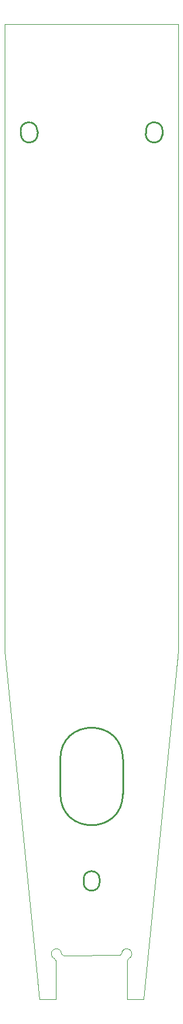
<source format=gbr>
%TF.GenerationSoftware,KiCad,Pcbnew,(6.0.4-0)*%
%TF.CreationDate,2022-12-23T17:02:00+01:00*%
%TF.ProjectId,ControllerBoard,436f6e74-726f-46c6-9c65-72426f617264,rev?*%
%TF.SameCoordinates,Original*%
%TF.FileFunction,Profile,NP*%
%FSLAX46Y46*%
G04 Gerber Fmt 4.6, Leading zero omitted, Abs format (unit mm)*
G04 Created by KiCad (PCBNEW (6.0.4-0)) date 2022-12-23 17:02:00*
%MOMM*%
%LPD*%
G01*
G04 APERTURE LIST*
%TA.AperFunction,Profile*%
%ADD10C,0.250000*%
%TD*%
%TA.AperFunction,Profile*%
%ADD11C,0.100000*%
%TD*%
%TA.AperFunction,Profile*%
%ADD12C,0.010000*%
%TD*%
G04 APERTURE END LIST*
D10*
X118475041Y-50150757D02*
X118433326Y-50649014D01*
X115150000Y-140500000D02*
X115150000Y-145500000D01*
X120866674Y-50350986D02*
X120824959Y-50849243D01*
D11*
X115800000Y-175000000D02*
X118150000Y-175000000D01*
X103150000Y-175000000D02*
X98150000Y-125000000D01*
D10*
X109500000Y-158250000D02*
G75*
G03*
X111800000Y-158250000I1150000J0D01*
G01*
D11*
X123150000Y-125000000D02*
X123150000Y-35000000D01*
D10*
X106150000Y-140500000D02*
X106150000Y-145500000D01*
D11*
X98150000Y-125000000D02*
X98150000Y-35000000D01*
D10*
X106150000Y-145500000D02*
G75*
G03*
X115150000Y-145500000I4500000J0D01*
G01*
X102824870Y-50150764D02*
G75*
G03*
X100433326Y-50350986I-1195770J-100136D01*
G01*
X102824959Y-50150757D02*
X102866674Y-50649014D01*
X100475130Y-50849236D02*
G75*
G03*
X102866674Y-50649014I1195770J100136D01*
G01*
D11*
X105500000Y-175000000D02*
X103150000Y-175000000D01*
X123150000Y-125000000D02*
X118150000Y-175000000D01*
D10*
X111800000Y-157750000D02*
G75*
G03*
X109500000Y-157750000I-1150000J0D01*
G01*
X109500000Y-157750000D02*
X109500000Y-158250000D01*
X115150000Y-140500000D02*
G75*
G03*
X106150000Y-140500000I-4500000J0D01*
G01*
X100433326Y-50350986D02*
X100475041Y-50849243D01*
D11*
X123150000Y-35000000D02*
X98150000Y-35000000D01*
D10*
X111800000Y-157750000D02*
X111800000Y-158250000D01*
X120866763Y-50350993D02*
G75*
G03*
X118475041Y-50150757I-1195863J100093D01*
G01*
X118433237Y-50649007D02*
G75*
G03*
X120824959Y-50849243I1195863J-100093D01*
G01*
D12*
%TO.C,J2*%
X106586000Y-168700000D02*
X114714000Y-168682000D01*
X115800000Y-175000000D02*
X115800000Y-169441620D01*
X105500000Y-169441620D02*
X105500000Y-175000000D01*
X106331999Y-168512501D02*
G75*
G03*
X105312500Y-169163510I-741189J36937D01*
G01*
X106332000Y-168512501D02*
G75*
G03*
X106586000Y-168700000I254003J78298D01*
G01*
X114714000Y-168682008D02*
G75*
G03*
X114968000Y-168512500I100J274908D01*
G01*
X105500000Y-169441620D02*
G75*
G03*
X105312500Y-169163510I-300004J0D01*
G01*
X115987490Y-169163486D02*
G75*
G03*
X115799990Y-169441620I112510J-278114D01*
G01*
X115987488Y-169163483D02*
G75*
G03*
X114968000Y-168512500I-278088J688283D01*
G01*
%TD*%
M02*

</source>
